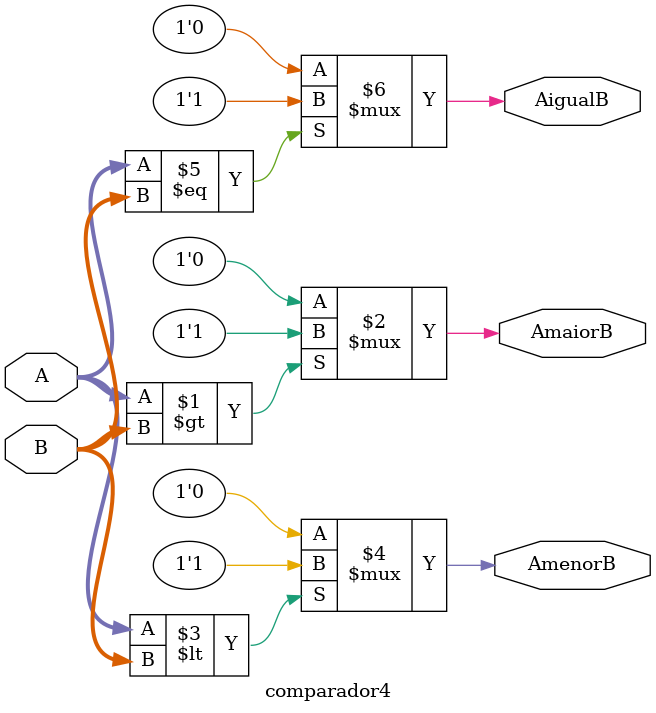
<source format=v>
module comparador4 (
    input  [3:0] A,
    input  [3:0] B,
    output AmaiorB,
    output AmenorB,
    output AigualB
);

    assign AmaiorB = (A > B) ? 1'b1 : 1'b0;
    assign AmenorB = (A < B) ? 1'b1 : 1'b0;
    assign AigualB = (A == B) ? 1'b1 : 1'b0;

endmodule

</source>
